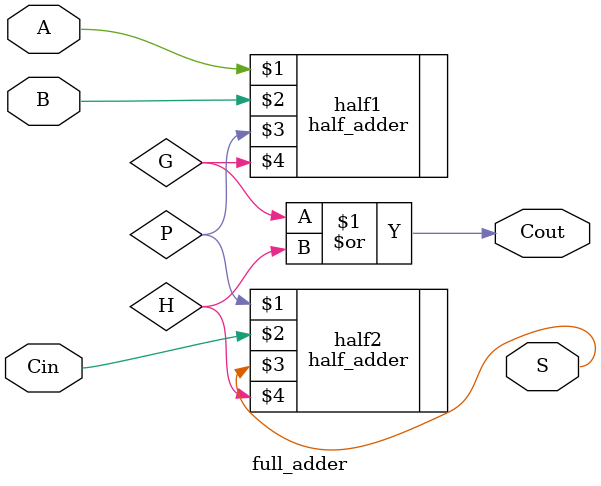
<source format=v>
`timescale 1ns/1ns
module full_adder(
  input A, B, Cin,
  output S, Cout);
  	wire P,G,H;
  	half_adder half1(A,B,P,G);
  	half_adder half2(P,Cin,S,H);
  	or #5(Cout,G,H);
endmodule
</source>
